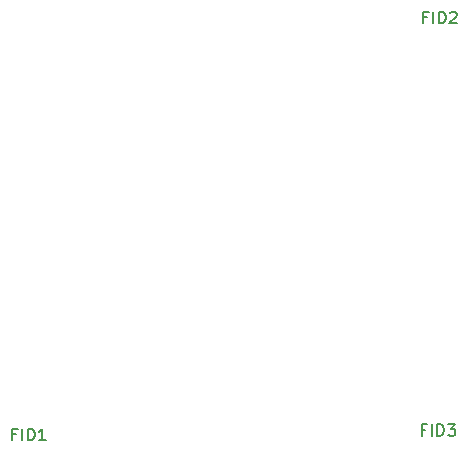
<source format=gto>
%TF.GenerationSoftware,KiCad,Pcbnew,(5.1.10)-1*%
%TF.CreationDate,2022-03-08T18:09:42-05:00*%
%TF.ProjectId,DIY_Keyboard_PCB,4449595f-4b65-4796-926f-6172645f5043,rev?*%
%TF.SameCoordinates,Original*%
%TF.FileFunction,Legend,Top*%
%TF.FilePolarity,Positive*%
%FSLAX46Y46*%
G04 Gerber Fmt 4.6, Leading zero omitted, Abs format (unit mm)*
G04 Created by KiCad (PCBNEW (5.1.10)-1) date 2022-03-08 18:09:42*
%MOMM*%
%LPD*%
G01*
G04 APERTURE LIST*
%ADD10C,0.150000*%
%ADD11C,1.000000*%
%ADD12O,1.700000X2.700000*%
%ADD13C,1.750000*%
%ADD14C,3.987800*%
G04 APERTURE END LIST*
%TO.C,FID3*%
D10*
X141676571Y-165814571D02*
X141343238Y-165814571D01*
X141343238Y-166338380D02*
X141343238Y-165338380D01*
X141819428Y-165338380D01*
X142200380Y-166338380D02*
X142200380Y-165338380D01*
X142676571Y-166338380D02*
X142676571Y-165338380D01*
X142914666Y-165338380D01*
X143057523Y-165386000D01*
X143152761Y-165481238D01*
X143200380Y-165576476D01*
X143248000Y-165766952D01*
X143248000Y-165909809D01*
X143200380Y-166100285D01*
X143152761Y-166195523D01*
X143057523Y-166290761D01*
X142914666Y-166338380D01*
X142676571Y-166338380D01*
X143581333Y-165338380D02*
X144200380Y-165338380D01*
X143867047Y-165719333D01*
X144009904Y-165719333D01*
X144105142Y-165766952D01*
X144152761Y-165814571D01*
X144200380Y-165909809D01*
X144200380Y-166147904D01*
X144152761Y-166243142D01*
X144105142Y-166290761D01*
X144009904Y-166338380D01*
X143724190Y-166338380D01*
X143628952Y-166290761D01*
X143581333Y-166243142D01*
%TO.C,FID2*%
X141803571Y-130889571D02*
X141470238Y-130889571D01*
X141470238Y-131413380D02*
X141470238Y-130413380D01*
X141946428Y-130413380D01*
X142327380Y-131413380D02*
X142327380Y-130413380D01*
X142803571Y-131413380D02*
X142803571Y-130413380D01*
X143041666Y-130413380D01*
X143184523Y-130461000D01*
X143279761Y-130556238D01*
X143327380Y-130651476D01*
X143375000Y-130841952D01*
X143375000Y-130984809D01*
X143327380Y-131175285D01*
X143279761Y-131270523D01*
X143184523Y-131365761D01*
X143041666Y-131413380D01*
X142803571Y-131413380D01*
X143755952Y-130508619D02*
X143803571Y-130461000D01*
X143898809Y-130413380D01*
X144136904Y-130413380D01*
X144232142Y-130461000D01*
X144279761Y-130508619D01*
X144327380Y-130603857D01*
X144327380Y-130699095D01*
X144279761Y-130841952D01*
X143708333Y-131413380D01*
X144327380Y-131413380D01*
%TO.C,FID1*%
X107005571Y-166195571D02*
X106672238Y-166195571D01*
X106672238Y-166719380D02*
X106672238Y-165719380D01*
X107148428Y-165719380D01*
X107529380Y-166719380D02*
X107529380Y-165719380D01*
X108005571Y-166719380D02*
X108005571Y-165719380D01*
X108243666Y-165719380D01*
X108386523Y-165767000D01*
X108481761Y-165862238D01*
X108529380Y-165957476D01*
X108577000Y-166147952D01*
X108577000Y-166290809D01*
X108529380Y-166481285D01*
X108481761Y-166576523D01*
X108386523Y-166671761D01*
X108243666Y-166719380D01*
X108005571Y-166719380D01*
X109529380Y-166719380D02*
X108957952Y-166719380D01*
X109243666Y-166719380D02*
X109243666Y-165719380D01*
X109148428Y-165862238D01*
X109053190Y-165957476D01*
X108957952Y-166005095D01*
%TD*%
%LPC*%
D11*
%TO.C,FID3*%
X142748000Y-167386000D03*
%TD*%
%TO.C,FID2*%
X142875000Y-132461000D03*
%TD*%
%TO.C,FID1*%
X108077000Y-167767000D03*
%TD*%
D12*
%TO.C,USB1*%
X77312500Y-132556250D03*
X84612500Y-132556250D03*
X84612500Y-137056250D03*
X77312500Y-137056250D03*
%TD*%
D13*
%TO.C,MX4*%
X140017500Y-159543750D03*
X129857500Y-159543750D03*
D14*
X134937500Y-159543750D03*
%TD*%
D13*
%TO.C,MX3*%
X140017500Y-140493750D03*
X129857500Y-140493750D03*
D14*
X134937500Y-140493750D03*
%TD*%
D13*
%TO.C,MX2*%
X120967500Y-159543750D03*
X110807500Y-159543750D03*
D14*
X115887500Y-159543750D03*
%TD*%
D13*
%TO.C,MX1*%
X120967500Y-140493750D03*
X110807500Y-140493750D03*
D14*
X115887500Y-140493750D03*
%TD*%
M02*

</source>
